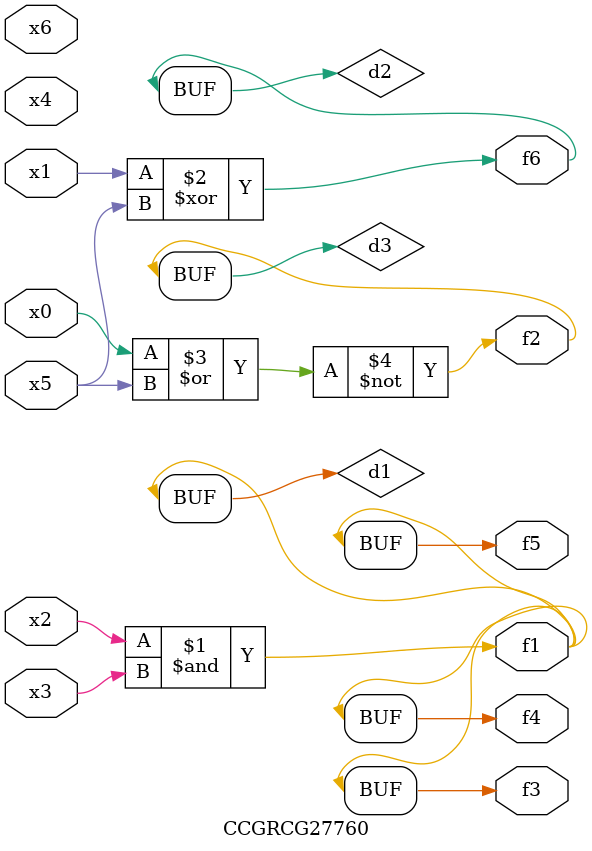
<source format=v>
module CCGRCG27760(
	input x0, x1, x2, x3, x4, x5, x6,
	output f1, f2, f3, f4, f5, f6
);

	wire d1, d2, d3;

	and (d1, x2, x3);
	xor (d2, x1, x5);
	nor (d3, x0, x5);
	assign f1 = d1;
	assign f2 = d3;
	assign f3 = d1;
	assign f4 = d1;
	assign f5 = d1;
	assign f6 = d2;
endmodule

</source>
